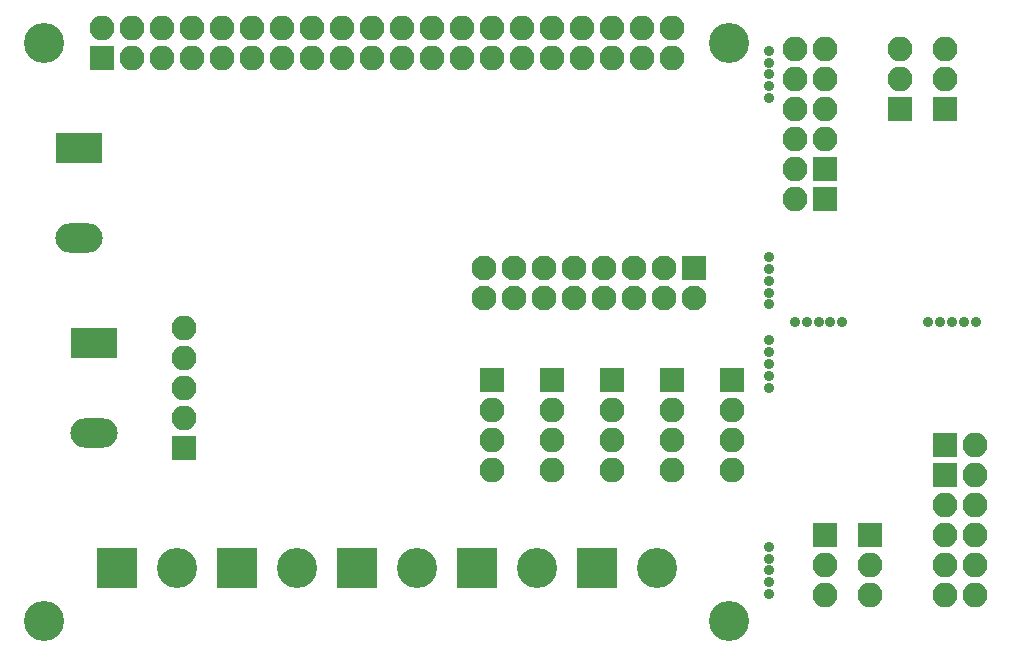
<source format=gbs>
G04 #@! TF.FileFunction,Soldermask,Bot*
%FSLAX46Y46*%
G04 Gerber Fmt 4.6, Leading zero omitted, Abs format (unit mm)*
G04 Created by KiCad (PCBNEW 4.0.7) date 08/21/18 18:23:19*
%MOMM*%
%LPD*%
G01*
G04 APERTURE LIST*
%ADD10C,0.100000*%
%ADD11C,0.900000*%
%ADD12R,2.100000X2.100000*%
%ADD13C,2.100000*%
%ADD14O,2.100000X2.100000*%
%ADD15C,3.400000*%
%ADD16R,4.000000X2.500000*%
%ADD17O,4.000000X2.500000*%
%ADD18R,3.400000X3.400000*%
G04 APERTURE END LIST*
D10*
D11*
X142875000Y-44260000D03*
X142875000Y-45260000D03*
X142875000Y-46260000D03*
X142875000Y-47260000D03*
X142875000Y-48260000D03*
X142875000Y-61738000D03*
X142875000Y-62738000D03*
X142875000Y-63738000D03*
X142875000Y-64738000D03*
X142875000Y-65738000D03*
X145050000Y-42672000D03*
X146050000Y-42672000D03*
X147050000Y-42672000D03*
X148050000Y-42672000D03*
X149050000Y-42672000D03*
X156353000Y-42672000D03*
X157353000Y-42672000D03*
X158353000Y-42672000D03*
X159353000Y-42672000D03*
X160353000Y-42672000D03*
X142875000Y-37227000D03*
X142875000Y-38227000D03*
X142875000Y-39227000D03*
X142875000Y-40227000D03*
X142875000Y-41227000D03*
D12*
X136525000Y-38100000D03*
D13*
X136525000Y-40640000D03*
X133985000Y-38100000D03*
X133985000Y-40640000D03*
X131445000Y-38100000D03*
X131445000Y-40640000D03*
X128905000Y-38100000D03*
X128905000Y-40640000D03*
X126365000Y-38100000D03*
X126365000Y-40640000D03*
X123825000Y-38100000D03*
X123825000Y-40640000D03*
X121285000Y-38100000D03*
X121285000Y-40640000D03*
X118745000Y-38100000D03*
X118745000Y-40640000D03*
D12*
X119380000Y-47625000D03*
D14*
X119380000Y-50165000D03*
X119380000Y-52705000D03*
X119380000Y-55245000D03*
D12*
X124460000Y-47625000D03*
D14*
X124460000Y-50165000D03*
X124460000Y-52705000D03*
X124460000Y-55245000D03*
D12*
X129540000Y-47625000D03*
D14*
X129540000Y-50165000D03*
X129540000Y-52705000D03*
X129540000Y-55245000D03*
D12*
X93345000Y-53340000D03*
D14*
X93345000Y-50800000D03*
X93345000Y-48260000D03*
X93345000Y-45720000D03*
X93345000Y-43180000D03*
D12*
X139700000Y-47625000D03*
D14*
X139700000Y-50165000D03*
X139700000Y-52705000D03*
X139700000Y-55245000D03*
D12*
X134620000Y-47625000D03*
D14*
X134620000Y-50165000D03*
X134620000Y-52705000D03*
X134620000Y-55245000D03*
D12*
X86360000Y-20320000D03*
D14*
X86360000Y-17780000D03*
X88900000Y-20320000D03*
X88900000Y-17780000D03*
X91440000Y-20320000D03*
X91440000Y-17780000D03*
X93980000Y-20320000D03*
X93980000Y-17780000D03*
X96520000Y-20320000D03*
X96520000Y-17780000D03*
X99060000Y-20320000D03*
X99060000Y-17780000D03*
X101600000Y-20320000D03*
X101600000Y-17780000D03*
X104140000Y-20320000D03*
X104140000Y-17780000D03*
X106680000Y-20320000D03*
X106680000Y-17780000D03*
X109220000Y-20320000D03*
X109220000Y-17780000D03*
X111760000Y-20320000D03*
X111760000Y-17780000D03*
X114300000Y-20320000D03*
X114300000Y-17780000D03*
X116840000Y-20320000D03*
X116840000Y-17780000D03*
X119380000Y-20320000D03*
X119380000Y-17780000D03*
X121920000Y-20320000D03*
X121920000Y-17780000D03*
X124460000Y-20320000D03*
X124460000Y-17780000D03*
X127000000Y-20320000D03*
X127000000Y-17780000D03*
X129540000Y-20320000D03*
X129540000Y-17780000D03*
X132080000Y-20320000D03*
X132080000Y-17780000D03*
X134620000Y-20320000D03*
X134620000Y-17780000D03*
D15*
X139490000Y-19050000D03*
X81490000Y-19050000D03*
X81490000Y-68050000D03*
X139490000Y-68050000D03*
D16*
X85725000Y-44450000D03*
D17*
X85725000Y-52070000D03*
D18*
X87630000Y-63500000D03*
D15*
X92710000Y-63500000D03*
D18*
X97790000Y-63500000D03*
D15*
X102870000Y-63500000D03*
D18*
X107950000Y-63500000D03*
D15*
X113030000Y-63500000D03*
D18*
X118110000Y-63500000D03*
D15*
X123190000Y-63500000D03*
D18*
X128270000Y-63500000D03*
D15*
X133350000Y-63500000D03*
D12*
X157761521Y-55644537D03*
D14*
X160301521Y-55644537D03*
X157761521Y-58184537D03*
X160301521Y-58184537D03*
X157761521Y-60724537D03*
X160301521Y-60724537D03*
X157761521Y-63264537D03*
X160301521Y-63264537D03*
X157761521Y-65804537D03*
X160301521Y-65804537D03*
D12*
X151411521Y-60724537D03*
D14*
X151411521Y-63264537D03*
X151411521Y-65804537D03*
D12*
X147601521Y-60724537D03*
D14*
X147601521Y-63264537D03*
X147601521Y-65804537D03*
D12*
X147596947Y-29762725D03*
D14*
X145056947Y-29762725D03*
X147596947Y-27222725D03*
X145056947Y-27222725D03*
X147596947Y-24682725D03*
X145056947Y-24682725D03*
X147596947Y-22142725D03*
X145056947Y-22142725D03*
X147596947Y-19602725D03*
X145056947Y-19602725D03*
D12*
X153946947Y-24682725D03*
D14*
X153946947Y-22142725D03*
X153946947Y-19602725D03*
D12*
X157756947Y-24682725D03*
D14*
X157756947Y-22142725D03*
X157756947Y-19602725D03*
D12*
X157761521Y-53104537D03*
D14*
X160301521Y-53104537D03*
D12*
X147596947Y-32302725D03*
D14*
X145056947Y-32302725D03*
D16*
X84455000Y-27940000D03*
D17*
X84455000Y-35560000D03*
D11*
X142875000Y-19749000D03*
X142875000Y-20749000D03*
X142875000Y-21749000D03*
X142875000Y-22749000D03*
X142875000Y-23749000D03*
M02*

</source>
